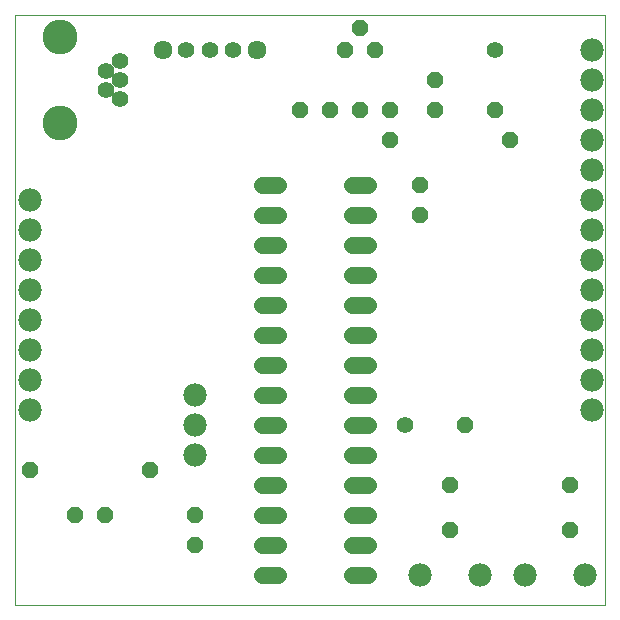
<source format=gbs>
G75*
%MOIN*%
%OFA0B0*%
%FSLAX25Y25*%
%IPPOS*%
%LPD*%
%AMOC8*
5,1,8,0,0,1.08239X$1,22.5*
%
%ADD10C,0.00000*%
%ADD11C,0.07800*%
%ADD12OC8,0.05600*%
%ADD13C,0.05600*%
%ADD14C,0.05550*%
%ADD15C,0.11620*%
%ADD16C,0.05600*%
%ADD17C,0.06337*%
D10*
X0001800Y0001800D02*
X0001800Y0198650D01*
X0198650Y0198650D01*
X0198650Y0001800D01*
X0001800Y0001800D01*
D11*
X0061800Y0051800D03*
X0061800Y0061800D03*
X0061800Y0071800D03*
X0006800Y0066800D03*
X0006800Y0076800D03*
X0006800Y0086800D03*
X0006800Y0096800D03*
X0006800Y0106800D03*
X0006800Y0116800D03*
X0006800Y0126800D03*
X0006800Y0136800D03*
X0136800Y0011800D03*
X0156800Y0011800D03*
X0171800Y0011800D03*
X0191800Y0011800D03*
X0194300Y0066800D03*
X0194300Y0076800D03*
X0194300Y0086800D03*
X0194300Y0096800D03*
X0194300Y0106800D03*
X0194300Y0116800D03*
X0194300Y0126800D03*
X0194300Y0136800D03*
X0194300Y0146800D03*
X0194300Y0156800D03*
X0194300Y0166800D03*
X0194300Y0176800D03*
X0194300Y0186800D03*
D12*
X0166800Y0156800D03*
X0161800Y0166800D03*
X0141800Y0166800D03*
X0141800Y0176800D03*
X0126800Y0166800D03*
X0126800Y0156800D03*
X0116800Y0166800D03*
X0106800Y0166800D03*
X0096800Y0166800D03*
X0111800Y0186800D03*
X0116800Y0194300D03*
X0121800Y0186800D03*
X0136800Y0141800D03*
X0136800Y0131800D03*
X0151800Y0061800D03*
X0146800Y0041800D03*
X0146800Y0026800D03*
X0186800Y0026800D03*
X0186800Y0041800D03*
X0061800Y0031800D03*
X0061800Y0021800D03*
X0046800Y0046800D03*
X0031800Y0031800D03*
X0021800Y0031800D03*
X0006800Y0046800D03*
D13*
X0131800Y0061800D03*
X0161800Y0186800D03*
D14*
X0074674Y0186800D03*
X0066800Y0186800D03*
X0058926Y0186800D03*
X0036879Y0183099D03*
X0032154Y0179950D03*
X0036879Y0176800D03*
X0032154Y0173650D03*
X0036879Y0170501D03*
D15*
X0016800Y0162430D03*
X0016800Y0191170D03*
D16*
X0084200Y0141800D02*
X0089400Y0141800D01*
X0089400Y0131800D02*
X0084200Y0131800D01*
X0084200Y0121800D02*
X0089400Y0121800D01*
X0089400Y0111800D02*
X0084200Y0111800D01*
X0084200Y0101800D02*
X0089400Y0101800D01*
X0089400Y0091800D02*
X0084200Y0091800D01*
X0084200Y0081800D02*
X0089400Y0081800D01*
X0089400Y0071800D02*
X0084200Y0071800D01*
X0084200Y0061800D02*
X0089400Y0061800D01*
X0089400Y0051800D02*
X0084200Y0051800D01*
X0084200Y0041800D02*
X0089400Y0041800D01*
X0089400Y0031800D02*
X0084200Y0031800D01*
X0084200Y0021800D02*
X0089400Y0021800D01*
X0089400Y0011800D02*
X0084200Y0011800D01*
X0114200Y0011800D02*
X0119400Y0011800D01*
X0119400Y0021800D02*
X0114200Y0021800D01*
X0114200Y0031800D02*
X0119400Y0031800D01*
X0119400Y0041800D02*
X0114200Y0041800D01*
X0114200Y0051800D02*
X0119400Y0051800D01*
X0119400Y0061800D02*
X0114200Y0061800D01*
X0114200Y0071800D02*
X0119400Y0071800D01*
X0119400Y0081800D02*
X0114200Y0081800D01*
X0114200Y0091800D02*
X0119400Y0091800D01*
X0119400Y0101800D02*
X0114200Y0101800D01*
X0114200Y0111800D02*
X0119400Y0111800D01*
X0119400Y0121800D02*
X0114200Y0121800D01*
X0114200Y0131800D02*
X0119400Y0131800D01*
X0119400Y0141800D02*
X0114200Y0141800D01*
D17*
X0082548Y0186800D03*
X0051052Y0186800D03*
M02*

</source>
